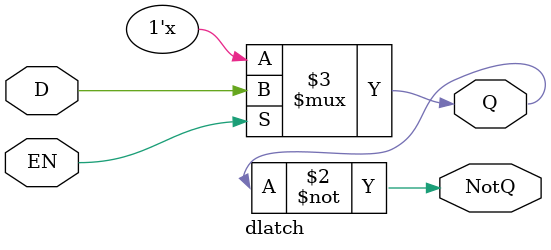
<source format=v>
module dlatch(
    input D, EN,
    output reg Q,
    output NotQ
    );
        
        always @ (EN) begin
            if (EN)
                Q <= D;
        end
    assign NotQ = ~Q;            
    
endmodule

</source>
